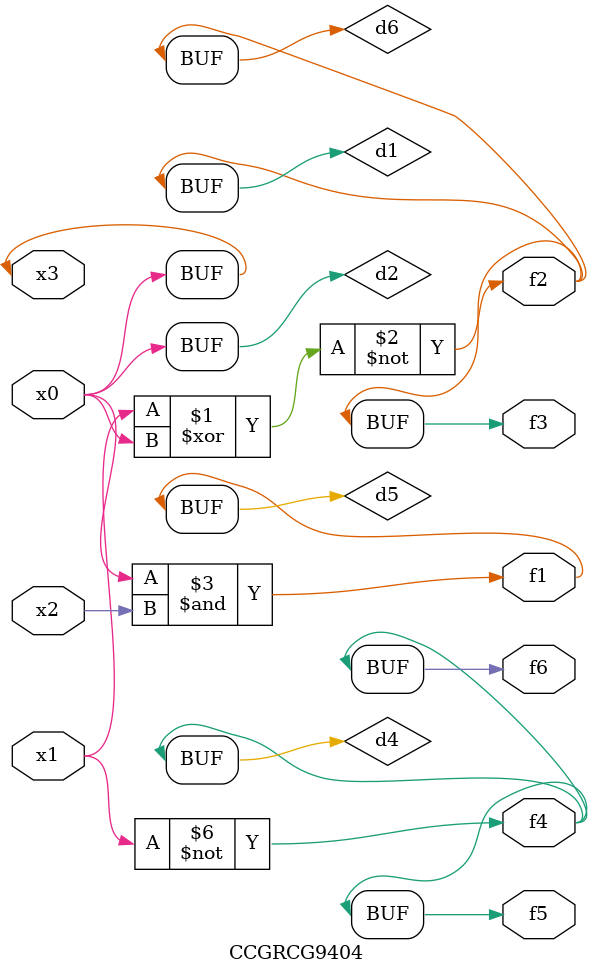
<source format=v>
module CCGRCG9404(
	input x0, x1, x2, x3,
	output f1, f2, f3, f4, f5, f6
);

	wire d1, d2, d3, d4, d5, d6;

	xnor (d1, x1, x3);
	buf (d2, x0, x3);
	nand (d3, x0, x2);
	not (d4, x1);
	nand (d5, d3);
	or (d6, d1);
	assign f1 = d5;
	assign f2 = d6;
	assign f3 = d6;
	assign f4 = d4;
	assign f5 = d4;
	assign f6 = d4;
endmodule

</source>
